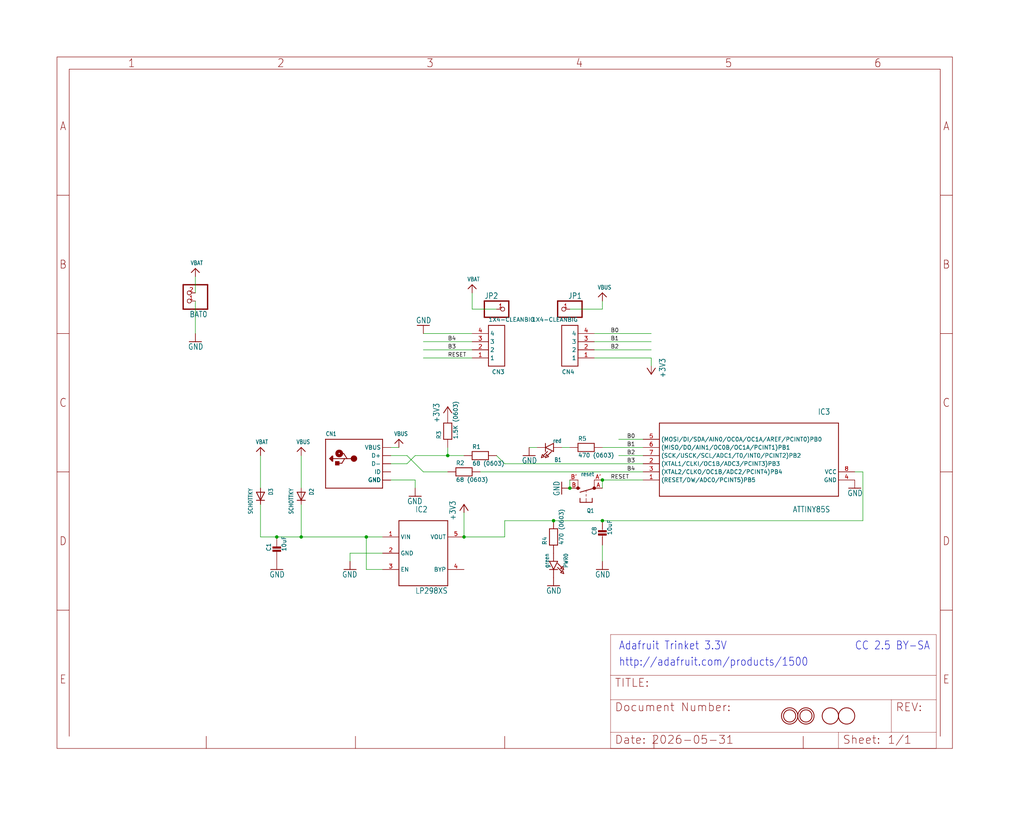
<source format=kicad_sch>
(kicad_sch (version 20230121) (generator eeschema)
  (paper "User" 319.507 254.127)
  (lib_symbols
    (symbol "working-eagle-import:+3V3" (power)
      (property "Value" "+3V3" (at -2.54 -5.08 90))
      (symbol "+3V3_1_0"
        (polyline (pts (xy 0 0) (xy -1.27 -1.905)) (stroke (width 0.254)))
        (polyline (pts (xy 1.27 -1.905) (xy 0 0)) (stroke (width 0.254)))
        (pin power_in line (at 0 -2.54 90) (length 2.54) (name "+3V3") (number "1"))
      )
    )
    (symbol "working-eagle-import:1X4-CLEANBIG"
      (property "Reference" "CN" (at 5.08 7.62 0))
      (symbol "1X4-CLEANBIG_1_0"
        (polyline (pts (xy 0 -7.62) (xy 0 5.08)) (stroke (width 0.254)))
        (polyline (pts (xy 0 5.08) (xy 5.08 5.08)) (stroke (width 0.254)))
        (polyline (pts (xy 5.08 -7.62) (xy 0 -7.62)) (stroke (width 0.254)))
        (polyline (pts (xy 5.08 5.08) (xy 5.08 -7.62)) (stroke (width 0.254)))
        (pin bidirectional line (at -5.08 2.54 0) (length 5.08) (name "1") (number "1"))
        (pin bidirectional line (at -5.08 0 0) (length 5.08) (name "2") (number "2"))
        (pin bidirectional line (at -5.08 -2.54 0) (length 5.08) (name "3") (number "3"))
        (pin bidirectional line (at -5.08 -5.08 0) (length 5.08) (name "4") (number "4"))
      )
    )
    (symbol "working-eagle-import:ATTINY85S"
      (property "Reference" "IC" (at -25.4 12.7 0))
      (symbol "ATTINY85S_1_0"
        (polyline (pts (xy -27.94 -12.7) (xy -27.94 10.16)) (stroke (width 0.254)))
        (polyline (pts (xy -27.94 10.16) (xy 27.94 10.16)) (stroke (width 0.254)))
        (polyline (pts (xy 27.94 -12.7) (xy -27.94 -12.7)) (stroke (width 0.254)))
        (polyline (pts (xy 27.94 10.16) (xy 27.94 -12.7)) (stroke (width 0.254)))
        (pin bidirectional line (at 33.02 -7.62 180) (length 5.08) (name "(RESET/DW/ADC0/PCINT5)PB5") (number "1"))
        (pin bidirectional line (at 33.02 -2.54 180) (length 5.08) (name "(XTAL1/CLKI/OC1B/ADC3/PCINT3)PB3") (number "2"))
        (pin bidirectional line (at 33.02 -5.08 180) (length 5.08) (name "(XTAL2/CLKO/OC1B/ADC2/PCINT4)PB4") (number "3"))
        (pin bidirectional line (at -33.02 -7.62 0) (length 5.08) (name "GND") (number "4"))
        (pin bidirectional line (at 33.02 5.08 180) (length 5.08) (name "(MOSI/DI/SDA/AIN0/OC0A/OC1A/AREF/PCINT0)PB0") (number "5"))
        (pin bidirectional line (at 33.02 2.54 180) (length 5.08) (name "(MISO/DO/AIN1/OC0B/OC1A/PCINT1)PB1") (number "6"))
        (pin bidirectional line (at 33.02 0 180) (length 5.08) (name "(SCK/USCK/SCL/ADC1/T0/INT0/PCINT2)PB2") (number "7"))
        (pin bidirectional line (at -33.02 -5.08 0) (length 5.08) (name "VCC") (number "8"))
      )
    )
    (symbol "working-eagle-import:CAP_CERAMIC0805-NOOUTLINE"
      (property "Reference" "C" (at -1.79 0.54 90))
      (symbol "CAP_CERAMIC0805-NOOUTLINE_1_0"
        (rectangle (start -1.27 0.508) (end 1.27 1.016) (fill (type outline)))
        (rectangle (start -1.27 1.524) (end 1.27 2.032) (fill (type outline)))
        (polyline (pts (xy 0 0.762) (xy 0 0)) (stroke (width 0.1524)))
        (polyline (pts (xy 0 2.54) (xy 0 1.778)) (stroke (width 0.1524)))
        (pin passive line (at 0 5.08 270) (length 2.54) (name "1") (number "1"))
        (pin passive line (at 0 -2.54 90) (length 2.54) (name "2") (number "2"))
      )
    )
    (symbol "working-eagle-import:CON_JST_PH_2PIN"
      (property "Reference" "X" (at -6.35 5.715 0))
      (symbol "CON_JST_PH_2PIN_1_0"
        (polyline (pts (xy -6.35 -2.54) (xy 1.27 -2.54)) (stroke (width 0.4064)))
        (polyline (pts (xy -6.35 5.08) (xy -6.35 -2.54)) (stroke (width 0.4064)))
        (polyline (pts (xy 1.27 -2.54) (xy 1.27 5.08)) (stroke (width 0.4064)))
        (polyline (pts (xy 1.27 5.08) (xy -6.35 5.08)) (stroke (width 0.4064)))
        (pin passive inverted (at -2.54 2.54 0) (length 2.54) (name "1") (number "1"))
        (pin passive inverted (at -2.54 0 0) (length 2.54) (name "2") (number "2"))
      )
    )
    (symbol "working-eagle-import:DIODE_SOD-123FL"
      (property "Reference" "D" (at -2.54 2.54 0))
      (symbol "DIODE_SOD-123FL_1_0"
        (polyline (pts (xy -1.27 -1.27) (xy 1.27 0)) (stroke (width 0.254)))
        (polyline (pts (xy -1.27 1.27) (xy -1.27 -1.27)) (stroke (width 0.254)))
        (polyline (pts (xy 1.27 0) (xy -1.27 1.27)) (stroke (width 0.254)))
        (polyline (pts (xy 1.27 0) (xy 1.27 -1.27)) (stroke (width 0.254)))
        (polyline (pts (xy 1.27 1.27) (xy 1.27 0)) (stroke (width 0.254)))
        (pin passive line (at -2.54 0 0) (length 2.54) (name "A") (number "A"))
        (pin passive line (at 2.54 0 180) (length 2.54) (name "C") (number "C"))
      )
    )
    (symbol "working-eagle-import:FIDUCIAL"
      (symbol "FIDUCIAL_1_0"
        (circle (center 0 0) (radius 2.54) (stroke (width 0.254)))
      )
    )
    (symbol "working-eagle-import:FRAME_A_L"
      (symbol "FRAME_A_L_1_0"
        (polyline (pts (xy 0 43.18) (xy 3.81 43.18)))
        (polyline (pts (xy 0 86.36) (xy 3.81 86.36)))
        (polyline (pts (xy 0 129.54) (xy 3.81 129.54)))
        (polyline (pts (xy 0 172.72) (xy 3.81 172.72)))
        (polyline (pts (xy 3.81 3.81) (xy 3.81 212.09)))
        (polyline (pts (xy 46.5667 0) (xy 46.5667 3.81)))
        (polyline (pts (xy 93.1333 0) (xy 93.1333 3.81)))
        (polyline (pts (xy 139.7 0) (xy 139.7 3.81)))
        (polyline (pts (xy 186.2667 0) (xy 186.2667 3.81)))
        (polyline (pts (xy 232.8333 0) (xy 232.8333 3.81)))
        (polyline (pts (xy 275.59 3.81) (xy 275.59 212.09)))
        (polyline (pts (xy 275.59 43.18) (xy 279.4 43.18)))
        (polyline (pts (xy 275.59 86.36) (xy 279.4 86.36)))
        (polyline (pts (xy 275.59 129.54) (xy 279.4 129.54)))
        (polyline (pts (xy 275.59 172.72) (xy 279.4 172.72)))
        (polyline (pts (xy 275.59 212.09) (xy 3.81 212.09)))
        (polyline (pts (xy 0 0) (xy 279.4 0) (xy 279.4 215.9) (xy 0 215.9) (xy 0 0)))
        (text "1" (at 23.2833 213.995 0) (effects (font (size 2.54 2.286))))
        (text "2" (at 69.85 213.995 0) (effects (font (size 2.54 2.286))))
        (text "3" (at 116.4167 213.995 0) (effects (font (size 2.54 2.286))))
        (text "4" (at 162.9833 213.995 0) (effects (font (size 2.54 2.286))))
        (text "5" (at 209.55 213.995 0) (effects (font (size 2.54 2.286))))
        (text "6" (at 256.1167 213.995 0) (effects (font (size 2.54 2.286))))
        (text "A" (at 1.905 194.31 0) (effects (font (size 2.54 2.286))))
        (text "A" (at 277.495 194.31 0) (effects (font (size 2.54 2.286))))
        (text "B" (at 1.905 151.13 0) (effects (font (size 2.54 2.286))))
        (text "B" (at 277.495 151.13 0) (effects (font (size 2.54 2.286))))
        (text "C" (at 1.905 107.95 0) (effects (font (size 2.54 2.286))))
        (text "C" (at 277.495 107.95 0) (effects (font (size 2.54 2.286))))
        (text "D" (at 1.905 64.77 0) (effects (font (size 2.54 2.286))))
        (text "D" (at 277.495 64.77 0) (effects (font (size 2.54 2.286))))
        (text "E" (at 1.905 21.59 0) (effects (font (size 2.54 2.286))))
        (text "E" (at 277.495 21.59 0) (effects (font (size 2.54 2.286))))
      )
      (symbol "FRAME_A_L_2_0"
        (polyline (pts (xy 0 0) (xy 0 5.08)) (stroke (width 0.1016)))
        (polyline (pts (xy 0 0) (xy 71.12 0)) (stroke (width 0.1016)))
        (polyline (pts (xy 0 5.08) (xy 0 15.24)) (stroke (width 0.1016)))
        (polyline (pts (xy 0 5.08) (xy 71.12 5.08)) (stroke (width 0.1016)))
        (polyline (pts (xy 0 15.24) (xy 0 22.86)) (stroke (width 0.1016)))
        (polyline (pts (xy 0 22.86) (xy 0 35.56)) (stroke (width 0.1016)))
        (polyline (pts (xy 0 22.86) (xy 101.6 22.86)) (stroke (width 0.1016)))
        (polyline (pts (xy 71.12 0) (xy 101.6 0)) (stroke (width 0.1016)))
        (polyline (pts (xy 71.12 5.08) (xy 71.12 0)) (stroke (width 0.1016)))
        (polyline (pts (xy 71.12 5.08) (xy 87.63 5.08)) (stroke (width 0.1016)))
        (polyline (pts (xy 87.63 5.08) (xy 101.6 5.08)) (stroke (width 0.1016)))
        (polyline (pts (xy 87.63 15.24) (xy 0 15.24)) (stroke (width 0.1016)))
        (polyline (pts (xy 87.63 15.24) (xy 87.63 5.08)) (stroke (width 0.1016)))
        (polyline (pts (xy 101.6 5.08) (xy 101.6 0)) (stroke (width 0.1016)))
        (polyline (pts (xy 101.6 15.24) (xy 87.63 15.24)) (stroke (width 0.1016)))
        (polyline (pts (xy 101.6 15.24) (xy 101.6 5.08)) (stroke (width 0.1016)))
        (polyline (pts (xy 101.6 22.86) (xy 101.6 15.24)) (stroke (width 0.1016)))
        (polyline (pts (xy 101.6 35.56) (xy 0 35.56)) (stroke (width 0.1016)))
        (polyline (pts (xy 101.6 35.56) (xy 101.6 22.86)) (stroke (width 0.1016)))
        (text "${#}/${##}" (at 86.36 1.27 0) (effects (font (size 2.54 2.54)) (justify left bottom)))
        (text "${CURRENT_DATE}" (at 12.7 1.27 0) (effects (font (size 2.54 2.54)) (justify left bottom)))
        (text "${PROJECTNAME}" (at 17.78 19.05 0) (effects (font (size 2.54 2.54)) (justify left bottom)))
        (text "Date:" (at 1.27 1.27 0) (effects (font (size 2.54 2.54)) (justify left bottom)))
        (text "Document Number:" (at 1.27 11.43 0) (effects (font (size 2.54 2.54)) (justify left bottom)))
        (text "REV:" (at 88.9 11.43 0) (effects (font (size 2.54 2.54)) (justify left bottom)))
        (text "Sheet:" (at 72.39 1.27 0) (effects (font (size 2.54 2.54)) (justify left bottom)))
        (text "TITLE:" (at 1.27 19.05 0) (effects (font (size 2.54 2.54)) (justify left bottom)))
      )
    )
    (symbol "working-eagle-import:GND" (power)
      (property "Value" "GND" (at -2.54 -2.54 0))
      (symbol "GND_1_0"
        (polyline (pts (xy -1.905 0) (xy 1.905 0)) (stroke (width 0.254)))
        (pin power_in line (at 0 2.54 270) (length 2.54) (name "GND") (number "1"))
      )
    )
    (symbol "working-eagle-import:LED0805_NOOUTLINE"
      (property "Reference" "LED" (at -5.08 3.175 0))
      (symbol "LED0805_NOOUTLINE_1_0"
        (polyline (pts (xy -2.54 -1.27) (xy 0 0)) (stroke (width 0.254)))
        (polyline (pts (xy -2.54 1.27) (xy -2.54 -1.27)) (stroke (width 0.254)))
        (polyline (pts (xy -1.905 1.27) (xy -0.635 2.54)) (stroke (width 0.254)))
        (polyline (pts (xy -0.9525 2.8575) (xy -0.3175 2.2225)) (stroke (width 0.254)))
        (polyline (pts (xy -0.635 1.27) (xy 0.635 2.54)) (stroke (width 0.254)))
        (polyline (pts (xy -0.3175 2.2225) (xy 0 3.175)) (stroke (width 0.254)))
        (polyline (pts (xy 0 0) (xy -2.54 1.27)) (stroke (width 0.254)))
        (polyline (pts (xy 0 0) (xy 0 -1.27)) (stroke (width 0.254)))
        (polyline (pts (xy 0 1.27) (xy 0 0)) (stroke (width 0.254)))
        (polyline (pts (xy 0 3.175) (xy -0.9525 2.8575)) (stroke (width 0.254)))
        (polyline (pts (xy 0.3175 2.8575) (xy 0.9525 2.2225)) (stroke (width 0.254)))
        (polyline (pts (xy 0.9525 2.2225) (xy 1.27 3.175)) (stroke (width 0.254)))
        (polyline (pts (xy 1.27 3.175) (xy 0.3175 2.8575)) (stroke (width 0.254)))
        (pin passive line (at -5.08 0 0) (length 2.54) (name "A") (number "A"))
        (pin passive line (at 2.54 0 180) (length 2.54) (name "C") (number "C"))
      )
    )
    (symbol "working-eagle-import:LP298XS"
      (property "Reference" "IC" (at -12.7 -5.08 90))
      (symbol "LP298XS_1_0"
        (polyline (pts (xy -10.16 -10.16) (xy 10.16 -10.16)) (stroke (width 0.254)))
        (polyline (pts (xy -10.16 5.08) (xy -10.16 -10.16)) (stroke (width 0.254)))
        (polyline (pts (xy 10.16 -10.16) (xy 10.16 5.08)) (stroke (width 0.254)))
        (polyline (pts (xy 10.16 5.08) (xy -10.16 5.08)) (stroke (width 0.254)))
        (pin bidirectional line (at -5.08 -15.24 90) (length 5.08) (name "VIN") (number "1"))
        (pin bidirectional line (at 0 -15.24 90) (length 5.08) (name "GND") (number "2"))
        (pin bidirectional line (at 5.08 -15.24 90) (length 5.08) (name "EN") (number "3"))
        (pin bidirectional line (at 5.08 10.16 270) (length 5.08) (name "BYP") (number "4"))
        (pin bidirectional line (at -5.08 10.16 270) (length 5.08) (name "VOUT") (number "5"))
      )
    )
    (symbol "working-eagle-import:MOUNTINGHOLE2.0"
      (symbol "MOUNTINGHOLE2.0_1_0"
        (circle (center 0 0) (radius 1.905) (stroke (width 0.254)))
        (circle (center 0 0) (radius 2.54) (stroke (width 0.254)))
      )
    )
    (symbol "working-eagle-import:PINHD-1X1CB"
      (property "Reference" "JP" (at -6.35 3.175 0))
      (symbol "PINHD-1X1CB_1_0"
        (polyline (pts (xy -6.35 -2.54) (xy 1.27 -2.54)) (stroke (width 0.4064)))
        (polyline (pts (xy -6.35 2.54) (xy -6.35 -2.54)) (stroke (width 0.4064)))
        (polyline (pts (xy 1.27 -2.54) (xy 1.27 2.54)) (stroke (width 0.4064)))
        (polyline (pts (xy 1.27 2.54) (xy -6.35 2.54)) (stroke (width 0.4064)))
        (pin passive inverted (at -2.54 0 0) (length 2.54) (name "1") (number "1"))
      )
    )
    (symbol "working-eagle-import:RESISTOR_0603_NOOUT"
      (property "Reference" "R" (at -2.54 2.032 0))
      (symbol "RESISTOR_0603_NOOUT_1_0"
        (polyline (pts (xy -2.54 -1.27) (xy -2.54 1.27)) (stroke (width 0.254)))
        (polyline (pts (xy -2.54 1.27) (xy 2.54 1.27)) (stroke (width 0.254)))
        (polyline (pts (xy 2.54 -1.27) (xy -2.54 -1.27)) (stroke (width 0.254)))
        (polyline (pts (xy 2.54 1.27) (xy 2.54 -1.27)) (stroke (width 0.254)))
        (pin passive line (at -5.08 0 0) (length 2.54) (name "1") (number "1"))
        (pin passive line (at 5.08 0 180) (length 2.54) (name "2") (number "2"))
      )
    )
    (symbol "working-eagle-import:SWITCH_TACT_SMT4.6X2.8"
      (property "Reference" "SW" (at -2.54 6.35 0))
      (symbol "SWITCH_TACT_SMT4.6X2.8_1_0"
        (circle (center -2.54 0) (radius 0.127) (stroke (width 0.4064)))
        (polyline (pts (xy -2.54 -2.54) (xy -2.54 0)) (stroke (width 0.1524)))
        (polyline (pts (xy -2.54 0) (xy 1.905 1.27)) (stroke (width 0.254)))
        (polyline (pts (xy -1.905 4.445) (xy -1.905 3.175)) (stroke (width 0.254)))
        (polyline (pts (xy 0 1.27) (xy 0 0.635)) (stroke (width 0.1524)))
        (polyline (pts (xy 0 2.54) (xy 0 1.905)) (stroke (width 0.1524)))
        (polyline (pts (xy 0 4.445) (xy -1.905 4.445)) (stroke (width 0.254)))
        (polyline (pts (xy 0 4.445) (xy 0 3.175)) (stroke (width 0.1524)))
        (polyline (pts (xy 1.905 0) (xy 2.54 0)) (stroke (width 0.254)))
        (polyline (pts (xy 1.905 4.445) (xy 0 4.445)) (stroke (width 0.254)))
        (polyline (pts (xy 1.905 4.445) (xy 1.905 3.175)) (stroke (width 0.254)))
        (polyline (pts (xy 2.54 -2.54) (xy 2.54 0)) (stroke (width 0.1524)))
        (circle (center 2.54 0) (radius 0.127) (stroke (width 0.4064)))
        (pin passive line (at -5.08 0 0) (length 2.54) (name "P") (number "A"))
        (pin passive line (at -5.08 -2.54 0) (length 2.54) (name "P1") (number "A'"))
        (pin passive line (at 5.08 0 180) (length 2.54) (name "S") (number "B"))
        (pin passive line (at 5.08 -2.54 180) (length 2.54) (name "S1") (number "B'"))
      )
    )
    (symbol "working-eagle-import:USBMINIB"
      (property "Reference" "X" (at -10.16 8.636 0))
      (symbol "USBMINIB_1_0"
        (rectangle (start -7.12 -0.45) (end -5.92 0.75) (fill (type outline)))
        (circle (center -5.92 3.2) (radius 0.2) (stroke (width 1)))
        (circle (center -1.32 1.6) (radius 0.5) (stroke (width 1)))
        (polyline (pts (xy -10.2 7.62) (xy -10.16 7.62)) (stroke (width 0.254)))
        (polyline (pts (xy -10.16 -7.62) (xy 7.62 -7.62)) (stroke (width 0.254)))
        (polyline (pts (xy -10.16 7.62) (xy -10.16 -7.62)) (stroke (width 0.254)))
        (polyline (pts (xy -10.16 7.62) (xy 7.62 7.62)) (stroke (width 0.254)))
        (polyline (pts (xy -8.92 1.6) (xy -8.12 2.4)) (stroke (width 0.254)))
        (polyline (pts (xy -8.52 1.4) (xy -8.32 1.2)) (stroke (width 0.254)))
        (polyline (pts (xy -8.52 1.6) (xy -8.52 1.4)) (stroke (width 0.254)))
        (polyline (pts (xy -8.32 1.2) (xy -8.32 2)) (stroke (width 0.254)))
        (polyline (pts (xy -8.32 2) (xy -8.72 1.6)) (stroke (width 0.254)))
        (polyline (pts (xy -8.12 0.8) (xy -8.92 1.6)) (stroke (width 0.254)))
        (polyline (pts (xy -8.12 1) (xy -8.12 2.4)) (stroke (width 0.254)))
        (polyline (pts (xy -8.12 2.4) (xy -7.92 2.4)) (stroke (width 0.254)))
        (polyline (pts (xy -7.92 0.8) (xy -8.12 0.8)) (stroke (width 0.254)))
        (polyline (pts (xy -7.92 1.6) (xy -7.92 0.8)) (stroke (width 0.254)))
        (polyline (pts (xy -7.92 2.4) (xy -7.92 1.6)) (stroke (width 0.254)))
        (polyline (pts (xy -6.27 0.15) (xy -5.07 0.15)) (stroke (width 0.254)))
        (polyline (pts (xy -5.52 3.2) (xy -4.52 3.2)) (stroke (width 0.254)))
        (polyline (pts (xy -5.07 0.15) (xy -4.22 1.6)) (stroke (width 0.254)))
        (polyline (pts (xy -4.52 3.2) (xy -3.47 1.6)) (stroke (width 0.254)))
        (polyline (pts (xy -4.22 1.6) (xy -7.92 1.6)) (stroke (width 0.254)))
        (polyline (pts (xy -3.47 1.6) (xy -4.22 1.6)) (stroke (width 0.254)))
        (polyline (pts (xy -1.32 1.6) (xy -3.47 1.6)) (stroke (width 0.254)))
        (polyline (pts (xy 7.62 7.62) (xy 7.62 -7.62)) (stroke (width 0.254)))
        (pin bidirectional line (at 10.16 2.54 180) (length 2.54) (name "D+") (number "D+"))
        (pin bidirectional line (at 10.16 0 180) (length 2.54) (name "D-") (number "D-"))
        (pin power_in line (at 10.16 -5.08 180) (length 2.54) (name "GND") (number "GND"))
        (pin power_in line (at 10.16 -5.08 180) (length 2.54) (name "GND") (number "GND1"))
        (pin power_in line (at 10.16 -5.08 180) (length 2.54) (name "GND") (number "GND2"))
        (pin power_in line (at 10.16 -5.08 180) (length 2.54) (name "GND") (number "GND3"))
        (pin power_in line (at 10.16 -5.08 180) (length 2.54) (name "GND") (number "GND4"))
        (pin bidirectional line (at 10.16 -2.54 180) (length 2.54) (name "ID") (number "ID"))
        (pin power_in line (at 10.16 5.08 180) (length 2.54) (name "VBUS") (number "VBUS"))
      )
    )
    (symbol "working-eagle-import:VBAT" (power)
      (property "Value" "VBAT" (at -1.524 1.016 0))
      (symbol "VBAT_1_0"
        (polyline (pts (xy -1.27 -1.27) (xy 0 0)) (stroke (width 0.254)))
        (polyline (pts (xy 0 0) (xy 1.27 -1.27)) (stroke (width 0.254)))
        (pin power_in line (at 0 -2.54 90) (length 2.54) (name "VBAT") (number "1"))
      )
    )
    (symbol "working-eagle-import:VBUS" (power)
      (property "Value" "VBUS" (at -1.524 1.016 0))
      (symbol "VBUS_1_0"
        (polyline (pts (xy -1.27 -1.27) (xy 0 0)) (stroke (width 0.254)))
        (polyline (pts (xy 0 0) (xy 1.27 -1.27)) (stroke (width 0.254)))
        (pin power_in line (at 0 -2.54 90) (length 2.54) (name "VBUS") (number "1"))
      )
    )
  )
  (junction (at 187.96 162.56))
  (junction (at 177.8 152.4))
  (junction (at 114.3 167.64))
  (junction (at 172.72 162.56))
  (junction (at 144.78 167.64))
  (junction (at 86.36 167.64))
  (junction (at 187.96 149.86))
  (junction (at 93.98 167.64))
  (junction (at 139.7 142.24))
  (wire (pts (xy 86.36 167.64) (xy 81.28 167.64)) (stroke (width 0.1524)))
  (wire (pts (xy 172.72 162.56) (xy 187.96 162.56)) (stroke (width 0.1524)))
  (wire (pts (xy 157.48 167.64) (xy 157.48 162.56)) (stroke (width 0.1524)))
  (wire (pts (xy 132.08 147.32) (xy 139.7 147.32)) (stroke (width 0.1524)))
  (wire (pts (xy 154.94 142.24) (xy 157.48 144.78)) (stroke (width 0.1524)))
  (wire (pts (xy 185.42 104.14) (xy 203.2 104.14)) (stroke (width 0.1524)))
  (wire (pts (xy 121.92 149.86) (xy 129.54 149.86)) (stroke (width 0.1524)))
  (wire (pts (xy 269.24 162.56) (xy 269.24 147.32)) (stroke (width 0.1524)))
  (wire (pts (xy 114.3 167.64) (xy 119.38 167.64)) (stroke (width 0.1524)))
  (wire (pts (xy 60.96 104.14) (xy 60.96 93.98)) (stroke (width 0.1524)))
  (wire (pts (xy 147.32 109.22) (xy 132.08 109.22)) (stroke (width 0.1524)))
  (wire (pts (xy 127 142.24) (xy 132.08 147.32)) (stroke (width 0.1524)))
  (wire (pts (xy 124.46 139.7) (xy 121.92 139.7)) (stroke (width 0.1524)))
  (wire (pts (xy 129.54 149.86) (xy 129.54 152.4)) (stroke (width 0.1524)))
  (wire (pts (xy 187.96 96.52) (xy 177.8 96.52)) (stroke (width 0.1524)))
  (wire (pts (xy 109.22 172.72) (xy 109.22 175.26)) (stroke (width 0.1524)))
  (wire (pts (xy 203.2 109.22) (xy 185.42 109.22)) (stroke (width 0.1524)))
  (wire (pts (xy 147.32 111.76) (xy 132.08 111.76)) (stroke (width 0.1524)))
  (wire (pts (xy 93.98 167.64) (xy 114.3 167.64)) (stroke (width 0.1524)))
  (wire (pts (xy 81.28 167.64) (xy 81.28 157.48)) (stroke (width 0.1524)))
  (wire (pts (xy 93.98 157.48) (xy 93.98 167.64)) (stroke (width 0.1524)))
  (wire (pts (xy 60.96 91.44) (xy 60.96 86.36)) (stroke (width 0.1524)))
  (wire (pts (xy 119.38 172.72) (xy 109.22 172.72)) (stroke (width 0.1524)))
  (wire (pts (xy 203.2 114.3) (xy 203.2 111.76)) (stroke (width 0.1524)))
  (wire (pts (xy 187.96 149.86) (xy 200.66 149.86)) (stroke (width 0.1524)))
  (wire (pts (xy 81.28 142.24) (xy 81.28 152.4)) (stroke (width 0.1524)))
  (wire (pts (xy 187.96 149.86) (xy 187.96 152.4)) (stroke (width 0.1524)))
  (wire (pts (xy 144.78 167.64) (xy 157.48 167.64)) (stroke (width 0.1524)))
  (wire (pts (xy 144.78 160.02) (xy 144.78 167.64)) (stroke (width 0.1524)))
  (wire (pts (xy 157.48 162.56) (xy 172.72 162.56)) (stroke (width 0.1524)))
  (wire (pts (xy 177.8 149.86) (xy 177.8 152.4)) (stroke (width 0.1524)))
  (wire (pts (xy 187.96 93.98) (xy 187.96 96.52)) (stroke (width 0.1524)))
  (wire (pts (xy 187.96 162.56) (xy 269.24 162.56)) (stroke (width 0.1524)))
  (wire (pts (xy 93.98 152.4) (xy 93.98 142.24)) (stroke (width 0.1524)))
  (wire (pts (xy 187.96 175.26) (xy 187.96 170.18)) (stroke (width 0.1524)))
  (wire (pts (xy 269.24 147.32) (xy 266.7 147.32)) (stroke (width 0.1524)))
  (wire (pts (xy 154.94 96.52) (xy 147.32 96.52)) (stroke (width 0.1524)))
  (wire (pts (xy 114.3 177.8) (xy 114.3 167.64)) (stroke (width 0.1524)))
  (wire (pts (xy 177.8 139.7) (xy 175.26 139.7)) (stroke (width 0.1524)))
  (wire (pts (xy 157.48 144.78) (xy 200.66 144.78)) (stroke (width 0.1524)))
  (wire (pts (xy 121.92 142.24) (xy 127 142.24)) (stroke (width 0.1524)))
  (wire (pts (xy 147.32 96.52) (xy 147.32 91.44)) (stroke (width 0.1524)))
  (wire (pts (xy 139.7 142.24) (xy 144.78 142.24)) (stroke (width 0.1524)))
  (wire (pts (xy 149.86 147.32) (xy 200.66 147.32)) (stroke (width 0.1524)))
  (wire (pts (xy 147.32 106.68) (xy 132.08 106.68)) (stroke (width 0.1524)))
  (wire (pts (xy 147.32 104.14) (xy 132.08 104.14)) (stroke (width 0.1524)))
  (wire (pts (xy 203.2 111.76) (xy 185.42 111.76)) (stroke (width 0.1524)))
  (wire (pts (xy 119.38 177.8) (xy 114.3 177.8)) (stroke (width 0.1524)))
  (wire (pts (xy 93.98 167.64) (xy 86.36 167.64)) (stroke (width 0.1524)))
  (wire (pts (xy 127 144.78) (xy 129.54 142.24)) (stroke (width 0.1524)))
  (wire (pts (xy 139.7 139.7) (xy 139.7 142.24)) (stroke (width 0.1524)))
  (wire (pts (xy 121.92 144.78) (xy 127 144.78)) (stroke (width 0.1524)))
  (wire (pts (xy 193.04 142.24) (xy 200.66 142.24)) (stroke (width 0.1524)))
  (wire (pts (xy 193.04 137.16) (xy 200.66 137.16)) (stroke (width 0.1524)))
  (wire (pts (xy 200.66 139.7) (xy 187.96 139.7)) (stroke (width 0.1524)))
  (wire (pts (xy 165.1 139.7) (xy 167.64 139.7)) (stroke (width 0.1524)))
  (wire (pts (xy 203.2 106.68) (xy 185.42 106.68)) (stroke (width 0.1524)))
  (wire (pts (xy 129.54 142.24) (xy 139.7 142.24)) (stroke (width 0.1524)))
  (text "Adafruit Trinket 3.3V" (at 193.04 203.2 0) (effects (font (size 2.54 2.159)) (justify left bottom)))
  (text "CC 2.5 BY-SA" (at 266.7 203.2 0) (effects (font (size 2.54 2.159)) (justify left bottom)))
  (text "http://adafruit.com/products/1500" (at 193.04 208.28 0) (effects (font (size 2.54 2.159)) (justify left bottom)))
  (label "B0" (at 190.5 104.14 0) (effects (font (size 1.2446 1.2446))))
  (label "RESET" (at 190.5 149.86 0) (effects (font (size 1.2446 1.2446))))
  (label "B3" (at 195.58 144.78 0) (effects (font (size 1.2446 1.2446))))
  (label "RESET" (at 139.7 111.76 0) (effects (font (size 1.2446 1.2446))))
  (label "B2" (at 195.58 142.24 0) (effects (font (size 1.2446 1.2446))))
  (label "B0" (at 195.58 137.16 0) (effects (font (size 1.2446 1.2446))))
  (label "B1" (at 190.5 106.68 0) (effects (font (size 1.2446 1.2446))))
  (label "B4" (at 139.7 106.68 0) (effects (font (size 1.2446 1.2446))))
  (label "B4" (at 195.58 147.32 0) (effects (font (size 1.2446 1.2446))))
  (label "B2" (at 190.5 109.22 0) (effects (font (size 1.2446 1.2446))))
  (label "B1" (at 195.58 139.7 0) (effects (font (size 1.2446 1.2446))))
  (label "B3" (at 139.7 109.22 0) (effects (font (size 1.2446 1.2446))))
  (symbol (lib_id "working-eagle-import:1X4-CLEANBIG") (at 152.4 109.22 0) (mirror x) (unit 1)
    (property "Reference" "CN3" (at 157.48 116.84 0) (effects (justify right top)))
    (property "Value" "1X4-CLEANBIG" (at 152.4 99.06 0) (effects (justify left bottom)))
    (property "Footprint" "working:1X04-CLEANBIG" (effects hide))
  )
  (symbol (lib_id "working-eagle-import:GND") (at 86.36 177.8 0) (mirror y) (unit 1)
    (property "Reference" "#GND3" (effects hide))
    (property "Value" "GND" (at 88.9 180.34 0) (effects (font (size 1.778 1.5113)) (justify left bottom)))
  )
  (symbol (lib_id "working-eagle-import:VBAT") (at 147.32 88.9 0) (unit 1)
    (property "Reference" "#U$10" (effects hide))
    (property "Value" "VBAT" (at 145.796 87.884 0) (effects (font (size 1.27 1.0795)) (justify left bottom)))
  )
  (symbol (lib_id "working-eagle-import:VBUS") (at 124.46 137.16 0) (unit 1)
    (property "Reference" "#U$2" (effects hide))
    (property "Value" "VBUS" (at 122.936 136.144 0) (effects (font (size 1.27 1.0795)) (justify left bottom)))
  )
  (symbol (lib_id "working-eagle-import:1X4-CLEANBIG") (at 180.34 109.22 180) (unit 1)
    (property "Reference" "CN4" (at 175.26 116.84 0) (effects (justify right top)))
    (property "Value" "1X4-CLEANBIG" (at 180.34 99.06 0) (effects (justify left bottom)))
    (property "Footprint" "working:1X04-CLEANBIG" (effects hide))
  )
  (symbol (lib_id "working-eagle-import:MOUNTINGHOLE2.0") (at 246.38 223.52 0) (unit 1)
    (property "Reference" "U$9" (effects hide))
    (property "Value" "MOUNTINGHOLE2.0" (effects hide))
    (property "Footprint" "working:MOUNTINGHOLE_2.0_PLATED" (effects hide))
  )
  (symbol (lib_id "working-eagle-import:FIDUCIAL") (at 264.16 223.52 0) (unit 1)
    (property "Reference" "U$1" (effects hide))
    (property "Value" "FIDUCIAL" (effects hide))
    (property "Footprint" "working:FIDUCIAL_1MM" (effects hide))
  )
  (symbol (lib_id "working-eagle-import:FRAME_A_L") (at 190.5 233.68 0) (unit 2)
    (property "Reference" "#FRAME1" (effects hide))
    (property "Value" "FRAME_A_L" (effects hide))
  )
  (symbol (lib_id "working-eagle-import:+3V3") (at 144.78 157.48 0) (unit 1)
    (property "Reference" "#+3V3" (effects hide))
    (property "Value" "+3V3" (at 142.24 162.56 90) (effects (font (size 1.778 1.5113)) (justify left bottom)))
  )
  (symbol (lib_id "working-eagle-import:CAP_CERAMIC0805-NOOUTLINE") (at 86.36 172.72 0) (unit 1)
    (property "Reference" "C1" (at 84.57 172.18 90) (effects (justify left bottom)))
    (property "Value" "10uF" (at 89.36 172.18 90) (effects (justify left bottom)))
    (property "Footprint" "working:0805-NO" (effects hide))
  )
  (symbol (lib_id "working-eagle-import:ATTINY85S") (at 233.68 142.24 0) (mirror y) (unit 1)
    (property "Reference" "IC3" (at 259.08 129.54 0) (effects (font (size 1.778 1.5113)) (justify left bottom)))
    (property "Value" "ATTINY85S" (at 259.08 160.02 0) (effects (font (size 1.778 1.5113)) (justify left bottom)))
    (property "Footprint" "working:SOIC8" (effects hide))
  )
  (symbol (lib_id "working-eagle-import:GND") (at 60.96 106.68 0) (mirror y) (unit 1)
    (property "Reference" "#GND16" (effects hide))
    (property "Value" "GND" (at 63.5 109.22 0) (effects (font (size 1.778 1.5113)) (justify left bottom)))
  )
  (symbol (lib_id "working-eagle-import:GND") (at 109.22 177.8 0) (unit 1)
    (property "Reference" "#GND11" (effects hide))
    (property "Value" "GND" (at 106.68 180.34 0) (effects (font (size 1.778 1.5113)) (justify left bottom)))
  )
  (symbol (lib_id "working-eagle-import:DIODE_SOD-123FL") (at 93.98 154.94 270) (unit 1)
    (property "Reference" "D2" (at 96.52 152.4 0) (effects (font (size 1.27 1.0795)) (justify left bottom)))
    (property "Value" "SCHOTTKY" (at 90.17 152.4 0) (effects (font (size 1.27 1.0795)) (justify left bottom)))
    (property "Footprint" "working:SOD-123FL" (effects hide))
  )
  (symbol (lib_id "working-eagle-import:CON_JST_PH_2PIN") (at 58.42 91.44 180) (unit 1)
    (property "Reference" "BAT0" (at 64.77 97.155 0) (effects (font (size 1.778 1.5113)) (justify left bottom)))
    (property "Value" "CON_JST_PH_2PIN" (effects hide))
    (property "Footprint" "working:JSTPH2" (effects hide))
  )
  (symbol (lib_id "working-eagle-import:CAP_CERAMIC0805-NOOUTLINE") (at 187.96 167.64 0) (unit 1)
    (property "Reference" "C8" (at 186.17 167.1 90) (effects (justify left bottom)))
    (property "Value" "10uF" (at 190.96 167.1 90) (effects (justify left bottom)))
    (property "Footprint" "working:0805-NO" (effects hide))
  )
  (symbol (lib_id "working-eagle-import:FIDUCIAL") (at 259.08 223.52 0) (unit 1)
    (property "Reference" "U$6" (effects hide))
    (property "Value" "FIDUCIAL" (effects hide))
    (property "Footprint" "working:FIDUCIAL_1MM" (effects hide))
  )
  (symbol (lib_id "working-eagle-import:RESISTOR_0603_NOOUT") (at 182.88 139.7 0) (unit 1)
    (property "Reference" "R5" (at 180.34 137.668 0) (effects (justify left bottom)))
    (property "Value" "470 (0603)" (at 180.34 142.875 0) (effects (justify left bottom)))
    (property "Footprint" "working:0603-NO" (effects hide))
  )
  (symbol (lib_id "working-eagle-import:RESISTOR_0603_NOOUT") (at 139.7 134.62 90) (unit 1)
    (property "Reference" "R3" (at 137.668 137.16 0) (effects (justify left bottom)))
    (property "Value" "1.5K (0603)" (at 142.875 137.16 0) (effects (justify left bottom)))
    (property "Footprint" "working:0603-NO" (effects hide))
  )
  (symbol (lib_id "working-eagle-import:VBAT") (at 60.96 83.82 0) (unit 1)
    (property "Reference" "#U$7" (effects hide))
    (property "Value" "VBAT" (at 59.436 82.804 0) (effects (font (size 1.27 1.0795)) (justify left bottom)))
  )
  (symbol (lib_id "working-eagle-import:DIODE_SOD-123FL") (at 81.28 154.94 270) (unit 1)
    (property "Reference" "D3" (at 83.82 152.4 0) (effects (font (size 1.27 1.0795)) (justify left bottom)))
    (property "Value" "SCHOTTKY" (at 77.47 152.4 0) (effects (font (size 1.27 1.0795)) (justify left bottom)))
    (property "Footprint" "working:SOD-123FL" (effects hide))
  )
  (symbol (lib_id "working-eagle-import:GND") (at 129.54 154.94 0) (unit 1)
    (property "Reference" "#GND1" (effects hide))
    (property "Value" "GND" (at 127 157.48 0) (effects (font (size 1.778 1.5113)) (justify left bottom)))
  )
  (symbol (lib_id "working-eagle-import:GND") (at 165.1 142.24 0) (mirror y) (unit 1)
    (property "Reference" "#GND4" (effects hide))
    (property "Value" "GND" (at 167.64 144.78 0) (effects (font (size 1.778 1.5113)) (justify left bottom)))
  )
  (symbol (lib_id "working-eagle-import:PINHD-1X1CB") (at 157.48 96.52 0) (unit 1)
    (property "Reference" "JP2" (at 151.13 93.345 0) (effects (font (size 1.778 1.5113)) (justify left bottom)))
    (property "Value" "PINHD-1X1CB" (effects hide))
    (property "Footprint" "working:1X01-CLEANBIG" (effects hide))
  )
  (symbol (lib_id "working-eagle-import:LED0805_NOOUTLINE") (at 170.18 139.7 180) (unit 1)
    (property "Reference" "B1" (at 175.26 142.875 0) (effects (font (size 1.27 1.0795)) (justify left bottom)))
    (property "Value" "red" (at 175.26 136.906 0) (effects (font (size 1.27 1.0795)) (justify left bottom)))
    (property "Footprint" "working:CHIPLED_0805_NOOUTLINE" (effects hide))
  )
  (symbol (lib_id "working-eagle-import:MOUNTINGHOLE2.0") (at 251.46 223.52 0) (unit 1)
    (property "Reference" "U$8" (effects hide))
    (property "Value" "MOUNTINGHOLE2.0" (effects hide))
    (property "Footprint" "working:MOUNTINGHOLE_2.0_PLATED" (effects hide))
  )
  (symbol (lib_id "working-eagle-import:GND") (at 266.7 152.4 0) (mirror y) (unit 1)
    (property "Reference" "#GND22" (effects hide))
    (property "Value" "GND" (at 269.24 154.94 0) (effects (font (size 1.778 1.5113)) (justify left bottom)))
  )
  (symbol (lib_id "working-eagle-import:USBMINIB") (at 111.76 144.78 0) (unit 1)
    (property "Reference" "CN1" (at 101.6 136.144 0) (effects (font (size 1.27 1.0795)) (justify left bottom)))
    (property "Value" "USBMINIB" (effects hide))
    (property "Footprint" "working:USB-MINIB" (effects hide))
  )
  (symbol (lib_id "working-eagle-import:PINHD-1X1CB") (at 175.26 96.52 0) (mirror y) (unit 1)
    (property "Reference" "JP1" (at 181.61 93.345 0) (effects (font (size 1.778 1.5113)) (justify left bottom)))
    (property "Value" "PINHD-1X1CB" (effects hide))
    (property "Footprint" "working:1X01-CLEANBIG" (effects hide))
  )
  (symbol (lib_id "working-eagle-import:RESISTOR_0603_NOOUT") (at 149.86 142.24 0) (unit 1)
    (property "Reference" "R1" (at 147.32 140.208 0) (effects (justify left bottom)))
    (property "Value" "68 (0603)" (at 147.32 145.415 0) (effects (justify left bottom)))
    (property "Footprint" "working:0603-NO" (effects hide))
  )
  (symbol (lib_id "working-eagle-import:LED0805_NOOUTLINE") (at 172.72 177.8 270) (unit 1)
    (property "Reference" "PWR0" (at 175.895 172.72 0) (effects (font (size 1.27 1.0795)) (justify left bottom)))
    (property "Value" "green" (at 169.926 172.72 0) (effects (font (size 1.27 1.0795)) (justify left bottom)))
    (property "Footprint" "working:CHIPLED_0805_NOOUTLINE" (effects hide))
  )
  (symbol (lib_id "working-eagle-import:GND") (at 132.08 101.6 180) (unit 1)
    (property "Reference" "#GND2" (effects hide))
    (property "Value" "GND" (at 134.62 99.06 0) (effects (font (size 1.778 1.5113)) (justify left bottom)))
  )
  (symbol (lib_id "working-eagle-import:VBAT") (at 81.28 139.7 0) (unit 1)
    (property "Reference" "#U$4" (effects hide))
    (property "Value" "VBAT" (at 79.756 138.684 0) (effects (font (size 1.27 1.0795)) (justify left bottom)))
  )
  (symbol (lib_id "working-eagle-import:GND") (at 175.26 152.4 270) (mirror x) (unit 1)
    (property "Reference" "#GND5" (effects hide))
    (property "Value" "GND" (at 172.72 154.94 0) (effects (font (size 1.778 1.5113)) (justify left bottom)))
  )
  (symbol (lib_id "working-eagle-import:VBUS") (at 93.98 139.7 0) (unit 1)
    (property "Reference" "#U$3" (effects hide))
    (property "Value" "VBUS" (at 92.456 138.684 0) (effects (font (size 1.27 1.0795)) (justify left bottom)))
  )
  (symbol (lib_id "working-eagle-import:RESISTOR_0603_NOOUT") (at 144.78 147.32 0) (unit 1)
    (property "Reference" "R2" (at 142.24 145.288 0) (effects (justify left bottom)))
    (property "Value" "68 (0603)" (at 142.24 150.495 0) (effects (justify left bottom)))
    (property "Footprint" "working:0603-NO" (effects hide))
  )
  (symbol (lib_id "working-eagle-import:+3V3") (at 203.2 116.84 180) (unit 1)
    (property "Reference" "#+3V2" (effects hide))
    (property "Value" "+3V3" (at 205.74 111.76 90) (effects (font (size 1.778 1.5113)) (justify left bottom)))
  )
  (symbol (lib_id "working-eagle-import:SWITCH_TACT_SMT4.6X2.8") (at 182.88 152.4 180) (unit 1)
    (property "Reference" "Q1" (at 185.42 158.75 0) (effects (font (size 1.27 1.0795)) (justify left bottom)))
    (property "Value" "reset" (at 185.42 147.32 0) (effects (font (size 1.27 1.0795)) (justify left bottom)))
    (property "Footprint" "working:BTN_KMR2_4.6X2.8" (effects hide))
  )
  (symbol (lib_id "working-eagle-import:LP298XS") (at 134.62 172.72 270) (unit 1)
    (property "Reference" "IC2" (at 129.54 160.02 90) (effects (font (size 1.778 1.5113)) (justify left bottom)))
    (property "Value" "LP298XS" (at 129.54 185.42 90) (effects (font (size 1.778 1.5113)) (justify left bottom)))
    (property "Footprint" "working:SOT23-5L" (effects hide))
  )
  (symbol (lib_id "working-eagle-import:+3V3") (at 139.7 127 0) (unit 1)
    (property "Reference" "#+3V1" (effects hide))
    (property "Value" "+3V3" (at 137.16 132.08 90) (effects (font (size 1.778 1.5113)) (justify left bottom)))
  )
  (symbol (lib_id "working-eagle-import:GND") (at 187.96 177.8 0) (mirror y) (unit 1)
    (property "Reference" "#GND12" (effects hide))
    (property "Value" "GND" (at 190.5 180.34 0) (effects (font (size 1.778 1.5113)) (justify left bottom)))
  )
  (symbol (lib_id "working-eagle-import:VBUS") (at 187.96 91.44 0) (unit 1)
    (property "Reference" "#U$11" (effects hide))
    (property "Value" "VBUS" (at 186.436 90.424 0) (effects (font (size 1.27 1.0795)) (justify left bottom)))
  )
  (symbol (lib_id "working-eagle-import:FRAME_A_L") (at 17.78 233.68 0) (unit 1)
    (property "Reference" "#FRAME1" (effects hide))
    (property "Value" "FRAME_A_L" (effects hide))
  )
  (symbol (lib_id "working-eagle-import:GND") (at 172.72 182.88 0) (mirror y) (unit 1)
    (property "Reference" "#GND6" (effects hide))
    (property "Value" "GND" (at 175.26 185.42 0) (effects (font (size 1.778 1.5113)) (justify left bottom)))
  )
  (symbol (lib_id "working-eagle-import:RESISTOR_0603_NOOUT") (at 172.72 167.64 90) (unit 1)
    (property "Reference" "R4" (at 170.688 170.18 0) (effects (justify left bottom)))
    (property "Value" "470 (0603)" (at 175.895 170.18 0) (effects (justify left bottom)))
    (property "Footprint" "working:0603-NO" (effects hide))
  )
)
</source>
